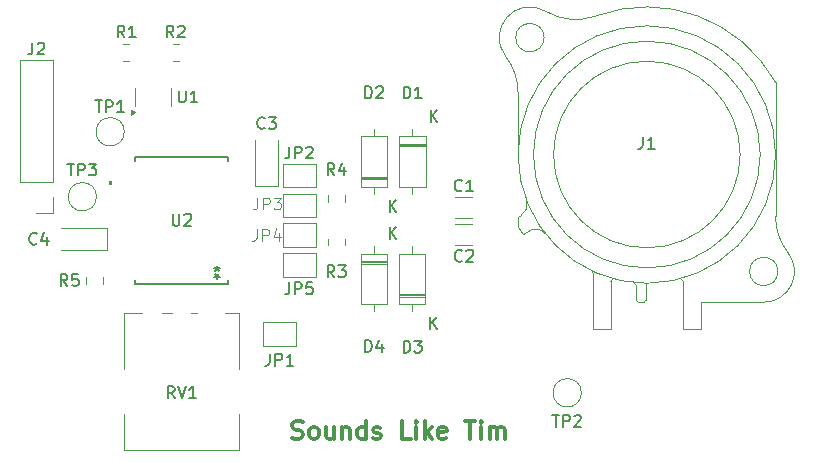
<source format=gbr>
%TF.GenerationSoftware,KiCad,Pcbnew,9.0.1-1.fc42*%
%TF.CreationDate,2025-05-12T11:46:39+02:00*%
%TF.ProjectId,PreAmp,50726541-6d70-42e6-9b69-6361645f7063,1*%
%TF.SameCoordinates,Original*%
%TF.FileFunction,Legend,Top*%
%TF.FilePolarity,Positive*%
%FSLAX46Y46*%
G04 Gerber Fmt 4.6, Leading zero omitted, Abs format (unit mm)*
G04 Created by KiCad (PCBNEW 9.0.1-1.fc42) date 2025-05-12 11:46:39*
%MOMM*%
%LPD*%
G01*
G04 APERTURE LIST*
%ADD10C,0.300000*%
%ADD11C,0.150000*%
%ADD12C,0.100000*%
%ADD13C,0.120000*%
%ADD14C,0.152400*%
%ADD15C,0.000000*%
G04 APERTURE END LIST*
D10*
X139483082Y-119329400D02*
X139697368Y-119400828D01*
X139697368Y-119400828D02*
X140054510Y-119400828D01*
X140054510Y-119400828D02*
X140197368Y-119329400D01*
X140197368Y-119329400D02*
X140268796Y-119257971D01*
X140268796Y-119257971D02*
X140340225Y-119115114D01*
X140340225Y-119115114D02*
X140340225Y-118972257D01*
X140340225Y-118972257D02*
X140268796Y-118829400D01*
X140268796Y-118829400D02*
X140197368Y-118757971D01*
X140197368Y-118757971D02*
X140054510Y-118686542D01*
X140054510Y-118686542D02*
X139768796Y-118615114D01*
X139768796Y-118615114D02*
X139625939Y-118543685D01*
X139625939Y-118543685D02*
X139554510Y-118472257D01*
X139554510Y-118472257D02*
X139483082Y-118329400D01*
X139483082Y-118329400D02*
X139483082Y-118186542D01*
X139483082Y-118186542D02*
X139554510Y-118043685D01*
X139554510Y-118043685D02*
X139625939Y-117972257D01*
X139625939Y-117972257D02*
X139768796Y-117900828D01*
X139768796Y-117900828D02*
X140125939Y-117900828D01*
X140125939Y-117900828D02*
X140340225Y-117972257D01*
X141197367Y-119400828D02*
X141054510Y-119329400D01*
X141054510Y-119329400D02*
X140983081Y-119257971D01*
X140983081Y-119257971D02*
X140911653Y-119115114D01*
X140911653Y-119115114D02*
X140911653Y-118686542D01*
X140911653Y-118686542D02*
X140983081Y-118543685D01*
X140983081Y-118543685D02*
X141054510Y-118472257D01*
X141054510Y-118472257D02*
X141197367Y-118400828D01*
X141197367Y-118400828D02*
X141411653Y-118400828D01*
X141411653Y-118400828D02*
X141554510Y-118472257D01*
X141554510Y-118472257D02*
X141625939Y-118543685D01*
X141625939Y-118543685D02*
X141697367Y-118686542D01*
X141697367Y-118686542D02*
X141697367Y-119115114D01*
X141697367Y-119115114D02*
X141625939Y-119257971D01*
X141625939Y-119257971D02*
X141554510Y-119329400D01*
X141554510Y-119329400D02*
X141411653Y-119400828D01*
X141411653Y-119400828D02*
X141197367Y-119400828D01*
X142983082Y-118400828D02*
X142983082Y-119400828D01*
X142340224Y-118400828D02*
X142340224Y-119186542D01*
X142340224Y-119186542D02*
X142411653Y-119329400D01*
X142411653Y-119329400D02*
X142554510Y-119400828D01*
X142554510Y-119400828D02*
X142768796Y-119400828D01*
X142768796Y-119400828D02*
X142911653Y-119329400D01*
X142911653Y-119329400D02*
X142983082Y-119257971D01*
X143697367Y-118400828D02*
X143697367Y-119400828D01*
X143697367Y-118543685D02*
X143768796Y-118472257D01*
X143768796Y-118472257D02*
X143911653Y-118400828D01*
X143911653Y-118400828D02*
X144125939Y-118400828D01*
X144125939Y-118400828D02*
X144268796Y-118472257D01*
X144268796Y-118472257D02*
X144340225Y-118615114D01*
X144340225Y-118615114D02*
X144340225Y-119400828D01*
X145697368Y-119400828D02*
X145697368Y-117900828D01*
X145697368Y-119329400D02*
X145554510Y-119400828D01*
X145554510Y-119400828D02*
X145268796Y-119400828D01*
X145268796Y-119400828D02*
X145125939Y-119329400D01*
X145125939Y-119329400D02*
X145054510Y-119257971D01*
X145054510Y-119257971D02*
X144983082Y-119115114D01*
X144983082Y-119115114D02*
X144983082Y-118686542D01*
X144983082Y-118686542D02*
X145054510Y-118543685D01*
X145054510Y-118543685D02*
X145125939Y-118472257D01*
X145125939Y-118472257D02*
X145268796Y-118400828D01*
X145268796Y-118400828D02*
X145554510Y-118400828D01*
X145554510Y-118400828D02*
X145697368Y-118472257D01*
X146340225Y-119329400D02*
X146483082Y-119400828D01*
X146483082Y-119400828D02*
X146768796Y-119400828D01*
X146768796Y-119400828D02*
X146911653Y-119329400D01*
X146911653Y-119329400D02*
X146983082Y-119186542D01*
X146983082Y-119186542D02*
X146983082Y-119115114D01*
X146983082Y-119115114D02*
X146911653Y-118972257D01*
X146911653Y-118972257D02*
X146768796Y-118900828D01*
X146768796Y-118900828D02*
X146554511Y-118900828D01*
X146554511Y-118900828D02*
X146411653Y-118829400D01*
X146411653Y-118829400D02*
X146340225Y-118686542D01*
X146340225Y-118686542D02*
X146340225Y-118615114D01*
X146340225Y-118615114D02*
X146411653Y-118472257D01*
X146411653Y-118472257D02*
X146554511Y-118400828D01*
X146554511Y-118400828D02*
X146768796Y-118400828D01*
X146768796Y-118400828D02*
X146911653Y-118472257D01*
X149483082Y-119400828D02*
X148768796Y-119400828D01*
X148768796Y-119400828D02*
X148768796Y-117900828D01*
X149983082Y-119400828D02*
X149983082Y-118400828D01*
X149983082Y-117900828D02*
X149911654Y-117972257D01*
X149911654Y-117972257D02*
X149983082Y-118043685D01*
X149983082Y-118043685D02*
X150054511Y-117972257D01*
X150054511Y-117972257D02*
X149983082Y-117900828D01*
X149983082Y-117900828D02*
X149983082Y-118043685D01*
X150697368Y-119400828D02*
X150697368Y-117900828D01*
X150840226Y-118829400D02*
X151268797Y-119400828D01*
X151268797Y-118400828D02*
X150697368Y-118972257D01*
X152483083Y-119329400D02*
X152340226Y-119400828D01*
X152340226Y-119400828D02*
X152054512Y-119400828D01*
X152054512Y-119400828D02*
X151911654Y-119329400D01*
X151911654Y-119329400D02*
X151840226Y-119186542D01*
X151840226Y-119186542D02*
X151840226Y-118615114D01*
X151840226Y-118615114D02*
X151911654Y-118472257D01*
X151911654Y-118472257D02*
X152054512Y-118400828D01*
X152054512Y-118400828D02*
X152340226Y-118400828D01*
X152340226Y-118400828D02*
X152483083Y-118472257D01*
X152483083Y-118472257D02*
X152554512Y-118615114D01*
X152554512Y-118615114D02*
X152554512Y-118757971D01*
X152554512Y-118757971D02*
X151840226Y-118900828D01*
X154125940Y-117900828D02*
X154983083Y-117900828D01*
X154554511Y-119400828D02*
X154554511Y-117900828D01*
X155483082Y-119400828D02*
X155483082Y-118400828D01*
X155483082Y-117900828D02*
X155411654Y-117972257D01*
X155411654Y-117972257D02*
X155483082Y-118043685D01*
X155483082Y-118043685D02*
X155554511Y-117972257D01*
X155554511Y-117972257D02*
X155483082Y-117900828D01*
X155483082Y-117900828D02*
X155483082Y-118043685D01*
X156197368Y-119400828D02*
X156197368Y-118400828D01*
X156197368Y-118543685D02*
X156268797Y-118472257D01*
X156268797Y-118472257D02*
X156411654Y-118400828D01*
X156411654Y-118400828D02*
X156625940Y-118400828D01*
X156625940Y-118400828D02*
X156768797Y-118472257D01*
X156768797Y-118472257D02*
X156840226Y-118615114D01*
X156840226Y-118615114D02*
X156840226Y-119400828D01*
X156840226Y-118615114D02*
X156911654Y-118472257D01*
X156911654Y-118472257D02*
X157054511Y-118400828D01*
X157054511Y-118400828D02*
X157268797Y-118400828D01*
X157268797Y-118400828D02*
X157411654Y-118472257D01*
X157411654Y-118472257D02*
X157483083Y-118615114D01*
X157483083Y-118615114D02*
X157483083Y-119400828D01*
D11*
X169156666Y-93834819D02*
X169156666Y-94549104D01*
X169156666Y-94549104D02*
X169109047Y-94691961D01*
X169109047Y-94691961D02*
X169013809Y-94787200D01*
X169013809Y-94787200D02*
X168870952Y-94834819D01*
X168870952Y-94834819D02*
X168775714Y-94834819D01*
X170156666Y-94834819D02*
X169585238Y-94834819D01*
X169870952Y-94834819D02*
X169870952Y-93834819D01*
X169870952Y-93834819D02*
X169775714Y-93977676D01*
X169775714Y-93977676D02*
X169680476Y-94072914D01*
X169680476Y-94072914D02*
X169585238Y-94120533D01*
X161488095Y-117378819D02*
X162059523Y-117378819D01*
X161773809Y-118378819D02*
X161773809Y-117378819D01*
X162392857Y-118378819D02*
X162392857Y-117378819D01*
X162392857Y-117378819D02*
X162773809Y-117378819D01*
X162773809Y-117378819D02*
X162869047Y-117426438D01*
X162869047Y-117426438D02*
X162916666Y-117474057D01*
X162916666Y-117474057D02*
X162964285Y-117569295D01*
X162964285Y-117569295D02*
X162964285Y-117712152D01*
X162964285Y-117712152D02*
X162916666Y-117807390D01*
X162916666Y-117807390D02*
X162869047Y-117855009D01*
X162869047Y-117855009D02*
X162773809Y-117902628D01*
X162773809Y-117902628D02*
X162392857Y-117902628D01*
X163345238Y-117474057D02*
X163392857Y-117426438D01*
X163392857Y-117426438D02*
X163488095Y-117378819D01*
X163488095Y-117378819D02*
X163726190Y-117378819D01*
X163726190Y-117378819D02*
X163821428Y-117426438D01*
X163821428Y-117426438D02*
X163869047Y-117474057D01*
X163869047Y-117474057D02*
X163916666Y-117569295D01*
X163916666Y-117569295D02*
X163916666Y-117664533D01*
X163916666Y-117664533D02*
X163869047Y-117807390D01*
X163869047Y-117807390D02*
X163297619Y-118378819D01*
X163297619Y-118378819D02*
X163916666Y-118378819D01*
X117833333Y-102859580D02*
X117785714Y-102907200D01*
X117785714Y-102907200D02*
X117642857Y-102954819D01*
X117642857Y-102954819D02*
X117547619Y-102954819D01*
X117547619Y-102954819D02*
X117404762Y-102907200D01*
X117404762Y-102907200D02*
X117309524Y-102811961D01*
X117309524Y-102811961D02*
X117261905Y-102716723D01*
X117261905Y-102716723D02*
X117214286Y-102526247D01*
X117214286Y-102526247D02*
X117214286Y-102383390D01*
X117214286Y-102383390D02*
X117261905Y-102192914D01*
X117261905Y-102192914D02*
X117309524Y-102097676D01*
X117309524Y-102097676D02*
X117404762Y-102002438D01*
X117404762Y-102002438D02*
X117547619Y-101954819D01*
X117547619Y-101954819D02*
X117642857Y-101954819D01*
X117642857Y-101954819D02*
X117785714Y-102002438D01*
X117785714Y-102002438D02*
X117833333Y-102050057D01*
X118690476Y-102288152D02*
X118690476Y-102954819D01*
X118452381Y-101907200D02*
X118214286Y-102621485D01*
X118214286Y-102621485D02*
X118833333Y-102621485D01*
X153833333Y-98359580D02*
X153785714Y-98407200D01*
X153785714Y-98407200D02*
X153642857Y-98454819D01*
X153642857Y-98454819D02*
X153547619Y-98454819D01*
X153547619Y-98454819D02*
X153404762Y-98407200D01*
X153404762Y-98407200D02*
X153309524Y-98311961D01*
X153309524Y-98311961D02*
X153261905Y-98216723D01*
X153261905Y-98216723D02*
X153214286Y-98026247D01*
X153214286Y-98026247D02*
X153214286Y-97883390D01*
X153214286Y-97883390D02*
X153261905Y-97692914D01*
X153261905Y-97692914D02*
X153309524Y-97597676D01*
X153309524Y-97597676D02*
X153404762Y-97502438D01*
X153404762Y-97502438D02*
X153547619Y-97454819D01*
X153547619Y-97454819D02*
X153642857Y-97454819D01*
X153642857Y-97454819D02*
X153785714Y-97502438D01*
X153785714Y-97502438D02*
X153833333Y-97550057D01*
X154785714Y-98454819D02*
X154214286Y-98454819D01*
X154500000Y-98454819D02*
X154500000Y-97454819D01*
X154500000Y-97454819D02*
X154404762Y-97597676D01*
X154404762Y-97597676D02*
X154309524Y-97692914D01*
X154309524Y-97692914D02*
X154214286Y-97740533D01*
X153833333Y-104309580D02*
X153785714Y-104357200D01*
X153785714Y-104357200D02*
X153642857Y-104404819D01*
X153642857Y-104404819D02*
X153547619Y-104404819D01*
X153547619Y-104404819D02*
X153404762Y-104357200D01*
X153404762Y-104357200D02*
X153309524Y-104261961D01*
X153309524Y-104261961D02*
X153261905Y-104166723D01*
X153261905Y-104166723D02*
X153214286Y-103976247D01*
X153214286Y-103976247D02*
X153214286Y-103833390D01*
X153214286Y-103833390D02*
X153261905Y-103642914D01*
X153261905Y-103642914D02*
X153309524Y-103547676D01*
X153309524Y-103547676D02*
X153404762Y-103452438D01*
X153404762Y-103452438D02*
X153547619Y-103404819D01*
X153547619Y-103404819D02*
X153642857Y-103404819D01*
X153642857Y-103404819D02*
X153785714Y-103452438D01*
X153785714Y-103452438D02*
X153833333Y-103500057D01*
X154214286Y-103500057D02*
X154261905Y-103452438D01*
X154261905Y-103452438D02*
X154357143Y-103404819D01*
X154357143Y-103404819D02*
X154595238Y-103404819D01*
X154595238Y-103404819D02*
X154690476Y-103452438D01*
X154690476Y-103452438D02*
X154738095Y-103500057D01*
X154738095Y-103500057D02*
X154785714Y-103595295D01*
X154785714Y-103595295D02*
X154785714Y-103690533D01*
X154785714Y-103690533D02*
X154738095Y-103833390D01*
X154738095Y-103833390D02*
X154166667Y-104404819D01*
X154166667Y-104404819D02*
X154785714Y-104404819D01*
X137133333Y-93059580D02*
X137085714Y-93107200D01*
X137085714Y-93107200D02*
X136942857Y-93154819D01*
X136942857Y-93154819D02*
X136847619Y-93154819D01*
X136847619Y-93154819D02*
X136704762Y-93107200D01*
X136704762Y-93107200D02*
X136609524Y-93011961D01*
X136609524Y-93011961D02*
X136561905Y-92916723D01*
X136561905Y-92916723D02*
X136514286Y-92726247D01*
X136514286Y-92726247D02*
X136514286Y-92583390D01*
X136514286Y-92583390D02*
X136561905Y-92392914D01*
X136561905Y-92392914D02*
X136609524Y-92297676D01*
X136609524Y-92297676D02*
X136704762Y-92202438D01*
X136704762Y-92202438D02*
X136847619Y-92154819D01*
X136847619Y-92154819D02*
X136942857Y-92154819D01*
X136942857Y-92154819D02*
X137085714Y-92202438D01*
X137085714Y-92202438D02*
X137133333Y-92250057D01*
X137466667Y-92154819D02*
X138085714Y-92154819D01*
X138085714Y-92154819D02*
X137752381Y-92535771D01*
X137752381Y-92535771D02*
X137895238Y-92535771D01*
X137895238Y-92535771D02*
X137990476Y-92583390D01*
X137990476Y-92583390D02*
X138038095Y-92631009D01*
X138038095Y-92631009D02*
X138085714Y-92726247D01*
X138085714Y-92726247D02*
X138085714Y-92964342D01*
X138085714Y-92964342D02*
X138038095Y-93059580D01*
X138038095Y-93059580D02*
X137990476Y-93107200D01*
X137990476Y-93107200D02*
X137895238Y-93154819D01*
X137895238Y-93154819D02*
X137609524Y-93154819D01*
X137609524Y-93154819D02*
X137514286Y-93107200D01*
X137514286Y-93107200D02*
X137466667Y-93059580D01*
X143033333Y-97064819D02*
X142700000Y-96588628D01*
X142461905Y-97064819D02*
X142461905Y-96064819D01*
X142461905Y-96064819D02*
X142842857Y-96064819D01*
X142842857Y-96064819D02*
X142938095Y-96112438D01*
X142938095Y-96112438D02*
X142985714Y-96160057D01*
X142985714Y-96160057D02*
X143033333Y-96255295D01*
X143033333Y-96255295D02*
X143033333Y-96398152D01*
X143033333Y-96398152D02*
X142985714Y-96493390D01*
X142985714Y-96493390D02*
X142938095Y-96541009D01*
X142938095Y-96541009D02*
X142842857Y-96588628D01*
X142842857Y-96588628D02*
X142461905Y-96588628D01*
X143890476Y-96398152D02*
X143890476Y-97064819D01*
X143652381Y-96017200D02*
X143414286Y-96731485D01*
X143414286Y-96731485D02*
X144033333Y-96731485D01*
X122790095Y-90754819D02*
X123361523Y-90754819D01*
X123075809Y-91754819D02*
X123075809Y-90754819D01*
X123694857Y-91754819D02*
X123694857Y-90754819D01*
X123694857Y-90754819D02*
X124075809Y-90754819D01*
X124075809Y-90754819D02*
X124171047Y-90802438D01*
X124171047Y-90802438D02*
X124218666Y-90850057D01*
X124218666Y-90850057D02*
X124266285Y-90945295D01*
X124266285Y-90945295D02*
X124266285Y-91088152D01*
X124266285Y-91088152D02*
X124218666Y-91183390D01*
X124218666Y-91183390D02*
X124171047Y-91231009D01*
X124171047Y-91231009D02*
X124075809Y-91278628D01*
X124075809Y-91278628D02*
X123694857Y-91278628D01*
X125218666Y-91754819D02*
X124647238Y-91754819D01*
X124932952Y-91754819D02*
X124932952Y-90754819D01*
X124932952Y-90754819D02*
X124837714Y-90897676D01*
X124837714Y-90897676D02*
X124742476Y-90992914D01*
X124742476Y-90992914D02*
X124647238Y-91040533D01*
X129504761Y-115954819D02*
X129171428Y-115478628D01*
X128933333Y-115954819D02*
X128933333Y-114954819D01*
X128933333Y-114954819D02*
X129314285Y-114954819D01*
X129314285Y-114954819D02*
X129409523Y-115002438D01*
X129409523Y-115002438D02*
X129457142Y-115050057D01*
X129457142Y-115050057D02*
X129504761Y-115145295D01*
X129504761Y-115145295D02*
X129504761Y-115288152D01*
X129504761Y-115288152D02*
X129457142Y-115383390D01*
X129457142Y-115383390D02*
X129409523Y-115431009D01*
X129409523Y-115431009D02*
X129314285Y-115478628D01*
X129314285Y-115478628D02*
X128933333Y-115478628D01*
X129790476Y-114954819D02*
X130123809Y-115954819D01*
X130123809Y-115954819D02*
X130457142Y-114954819D01*
X131314285Y-115954819D02*
X130742857Y-115954819D01*
X131028571Y-115954819D02*
X131028571Y-114954819D01*
X131028571Y-114954819D02*
X130933333Y-115097676D01*
X130933333Y-115097676D02*
X130838095Y-115192914D01*
X130838095Y-115192914D02*
X130742857Y-115240533D01*
X120433333Y-106454819D02*
X120100000Y-105978628D01*
X119861905Y-106454819D02*
X119861905Y-105454819D01*
X119861905Y-105454819D02*
X120242857Y-105454819D01*
X120242857Y-105454819D02*
X120338095Y-105502438D01*
X120338095Y-105502438D02*
X120385714Y-105550057D01*
X120385714Y-105550057D02*
X120433333Y-105645295D01*
X120433333Y-105645295D02*
X120433333Y-105788152D01*
X120433333Y-105788152D02*
X120385714Y-105883390D01*
X120385714Y-105883390D02*
X120338095Y-105931009D01*
X120338095Y-105931009D02*
X120242857Y-105978628D01*
X120242857Y-105978628D02*
X119861905Y-105978628D01*
X121338095Y-105454819D02*
X120861905Y-105454819D01*
X120861905Y-105454819D02*
X120814286Y-105931009D01*
X120814286Y-105931009D02*
X120861905Y-105883390D01*
X120861905Y-105883390D02*
X120957143Y-105835771D01*
X120957143Y-105835771D02*
X121195238Y-105835771D01*
X121195238Y-105835771D02*
X121290476Y-105883390D01*
X121290476Y-105883390D02*
X121338095Y-105931009D01*
X121338095Y-105931009D02*
X121385714Y-106026247D01*
X121385714Y-106026247D02*
X121385714Y-106264342D01*
X121385714Y-106264342D02*
X121338095Y-106359580D01*
X121338095Y-106359580D02*
X121290476Y-106407200D01*
X121290476Y-106407200D02*
X121195238Y-106454819D01*
X121195238Y-106454819D02*
X120957143Y-106454819D01*
X120957143Y-106454819D02*
X120861905Y-106407200D01*
X120861905Y-106407200D02*
X120814286Y-106359580D01*
X139216666Y-106154819D02*
X139216666Y-106869104D01*
X139216666Y-106869104D02*
X139169047Y-107011961D01*
X139169047Y-107011961D02*
X139073809Y-107107200D01*
X139073809Y-107107200D02*
X138930952Y-107154819D01*
X138930952Y-107154819D02*
X138835714Y-107154819D01*
X139692857Y-107154819D02*
X139692857Y-106154819D01*
X139692857Y-106154819D02*
X140073809Y-106154819D01*
X140073809Y-106154819D02*
X140169047Y-106202438D01*
X140169047Y-106202438D02*
X140216666Y-106250057D01*
X140216666Y-106250057D02*
X140264285Y-106345295D01*
X140264285Y-106345295D02*
X140264285Y-106488152D01*
X140264285Y-106488152D02*
X140216666Y-106583390D01*
X140216666Y-106583390D02*
X140169047Y-106631009D01*
X140169047Y-106631009D02*
X140073809Y-106678628D01*
X140073809Y-106678628D02*
X139692857Y-106678628D01*
X141169047Y-106154819D02*
X140692857Y-106154819D01*
X140692857Y-106154819D02*
X140645238Y-106631009D01*
X140645238Y-106631009D02*
X140692857Y-106583390D01*
X140692857Y-106583390D02*
X140788095Y-106535771D01*
X140788095Y-106535771D02*
X141026190Y-106535771D01*
X141026190Y-106535771D02*
X141121428Y-106583390D01*
X141121428Y-106583390D02*
X141169047Y-106631009D01*
X141169047Y-106631009D02*
X141216666Y-106726247D01*
X141216666Y-106726247D02*
X141216666Y-106964342D01*
X141216666Y-106964342D02*
X141169047Y-107059580D01*
X141169047Y-107059580D02*
X141121428Y-107107200D01*
X141121428Y-107107200D02*
X141026190Y-107154819D01*
X141026190Y-107154819D02*
X140788095Y-107154819D01*
X140788095Y-107154819D02*
X140692857Y-107107200D01*
X140692857Y-107107200D02*
X140645238Y-107059580D01*
X129411333Y-85414819D02*
X129078000Y-84938628D01*
X128839905Y-85414819D02*
X128839905Y-84414819D01*
X128839905Y-84414819D02*
X129220857Y-84414819D01*
X129220857Y-84414819D02*
X129316095Y-84462438D01*
X129316095Y-84462438D02*
X129363714Y-84510057D01*
X129363714Y-84510057D02*
X129411333Y-84605295D01*
X129411333Y-84605295D02*
X129411333Y-84748152D01*
X129411333Y-84748152D02*
X129363714Y-84843390D01*
X129363714Y-84843390D02*
X129316095Y-84891009D01*
X129316095Y-84891009D02*
X129220857Y-84938628D01*
X129220857Y-84938628D02*
X128839905Y-84938628D01*
X129792286Y-84510057D02*
X129839905Y-84462438D01*
X129839905Y-84462438D02*
X129935143Y-84414819D01*
X129935143Y-84414819D02*
X130173238Y-84414819D01*
X130173238Y-84414819D02*
X130268476Y-84462438D01*
X130268476Y-84462438D02*
X130316095Y-84510057D01*
X130316095Y-84510057D02*
X130363714Y-84605295D01*
X130363714Y-84605295D02*
X130363714Y-84700533D01*
X130363714Y-84700533D02*
X130316095Y-84843390D01*
X130316095Y-84843390D02*
X129744667Y-85414819D01*
X129744667Y-85414819D02*
X130363714Y-85414819D01*
D12*
X136466666Y-101632419D02*
X136466666Y-102346704D01*
X136466666Y-102346704D02*
X136419047Y-102489561D01*
X136419047Y-102489561D02*
X136323809Y-102584800D01*
X136323809Y-102584800D02*
X136180952Y-102632419D01*
X136180952Y-102632419D02*
X136085714Y-102632419D01*
X136942857Y-102632419D02*
X136942857Y-101632419D01*
X136942857Y-101632419D02*
X137323809Y-101632419D01*
X137323809Y-101632419D02*
X137419047Y-101680038D01*
X137419047Y-101680038D02*
X137466666Y-101727657D01*
X137466666Y-101727657D02*
X137514285Y-101822895D01*
X137514285Y-101822895D02*
X137514285Y-101965752D01*
X137514285Y-101965752D02*
X137466666Y-102060990D01*
X137466666Y-102060990D02*
X137419047Y-102108609D01*
X137419047Y-102108609D02*
X137323809Y-102156228D01*
X137323809Y-102156228D02*
X136942857Y-102156228D01*
X138371428Y-101965752D02*
X138371428Y-102632419D01*
X138133333Y-101584800D02*
X137895238Y-102299085D01*
X137895238Y-102299085D02*
X138514285Y-102299085D01*
D11*
X145631905Y-112044819D02*
X145631905Y-111044819D01*
X145631905Y-111044819D02*
X145870000Y-111044819D01*
X145870000Y-111044819D02*
X146012857Y-111092438D01*
X146012857Y-111092438D02*
X146108095Y-111187676D01*
X146108095Y-111187676D02*
X146155714Y-111282914D01*
X146155714Y-111282914D02*
X146203333Y-111473390D01*
X146203333Y-111473390D02*
X146203333Y-111616247D01*
X146203333Y-111616247D02*
X146155714Y-111806723D01*
X146155714Y-111806723D02*
X146108095Y-111901961D01*
X146108095Y-111901961D02*
X146012857Y-111997200D01*
X146012857Y-111997200D02*
X145870000Y-112044819D01*
X145870000Y-112044819D02*
X145631905Y-112044819D01*
X147060476Y-111378152D02*
X147060476Y-112044819D01*
X146822381Y-110997200D02*
X146584286Y-111711485D01*
X146584286Y-111711485D02*
X147203333Y-111711485D01*
X147708095Y-102484819D02*
X147708095Y-101484819D01*
X148279523Y-102484819D02*
X147850952Y-101913390D01*
X148279523Y-101484819D02*
X147708095Y-102056247D01*
X145641905Y-90564819D02*
X145641905Y-89564819D01*
X145641905Y-89564819D02*
X145880000Y-89564819D01*
X145880000Y-89564819D02*
X146022857Y-89612438D01*
X146022857Y-89612438D02*
X146118095Y-89707676D01*
X146118095Y-89707676D02*
X146165714Y-89802914D01*
X146165714Y-89802914D02*
X146213333Y-89993390D01*
X146213333Y-89993390D02*
X146213333Y-90136247D01*
X146213333Y-90136247D02*
X146165714Y-90326723D01*
X146165714Y-90326723D02*
X146118095Y-90421961D01*
X146118095Y-90421961D02*
X146022857Y-90517200D01*
X146022857Y-90517200D02*
X145880000Y-90564819D01*
X145880000Y-90564819D02*
X145641905Y-90564819D01*
X146594286Y-89660057D02*
X146641905Y-89612438D01*
X146641905Y-89612438D02*
X146737143Y-89564819D01*
X146737143Y-89564819D02*
X146975238Y-89564819D01*
X146975238Y-89564819D02*
X147070476Y-89612438D01*
X147070476Y-89612438D02*
X147118095Y-89660057D01*
X147118095Y-89660057D02*
X147165714Y-89755295D01*
X147165714Y-89755295D02*
X147165714Y-89850533D01*
X147165714Y-89850533D02*
X147118095Y-89993390D01*
X147118095Y-89993390D02*
X146546667Y-90564819D01*
X146546667Y-90564819D02*
X147165714Y-90564819D01*
X147718095Y-100184819D02*
X147718095Y-99184819D01*
X148289523Y-100184819D02*
X147860952Y-99613390D01*
X148289523Y-99184819D02*
X147718095Y-99756247D01*
X129866095Y-89914819D02*
X129866095Y-90724342D01*
X129866095Y-90724342D02*
X129913714Y-90819580D01*
X129913714Y-90819580D02*
X129961333Y-90867200D01*
X129961333Y-90867200D02*
X130056571Y-90914819D01*
X130056571Y-90914819D02*
X130247047Y-90914819D01*
X130247047Y-90914819D02*
X130342285Y-90867200D01*
X130342285Y-90867200D02*
X130389904Y-90819580D01*
X130389904Y-90819580D02*
X130437523Y-90724342D01*
X130437523Y-90724342D02*
X130437523Y-89914819D01*
X131437523Y-90914819D02*
X130866095Y-90914819D01*
X131151809Y-90914819D02*
X131151809Y-89914819D01*
X131151809Y-89914819D02*
X131056571Y-90057676D01*
X131056571Y-90057676D02*
X130961333Y-90152914D01*
X130961333Y-90152914D02*
X130866095Y-90200533D01*
X125261333Y-85414819D02*
X124928000Y-84938628D01*
X124689905Y-85414819D02*
X124689905Y-84414819D01*
X124689905Y-84414819D02*
X125070857Y-84414819D01*
X125070857Y-84414819D02*
X125166095Y-84462438D01*
X125166095Y-84462438D02*
X125213714Y-84510057D01*
X125213714Y-84510057D02*
X125261333Y-84605295D01*
X125261333Y-84605295D02*
X125261333Y-84748152D01*
X125261333Y-84748152D02*
X125213714Y-84843390D01*
X125213714Y-84843390D02*
X125166095Y-84891009D01*
X125166095Y-84891009D02*
X125070857Y-84938628D01*
X125070857Y-84938628D02*
X124689905Y-84938628D01*
X126213714Y-85414819D02*
X125642286Y-85414819D01*
X125928000Y-85414819D02*
X125928000Y-84414819D01*
X125928000Y-84414819D02*
X125832762Y-84557676D01*
X125832762Y-84557676D02*
X125737524Y-84652914D01*
X125737524Y-84652914D02*
X125642286Y-84700533D01*
X129338095Y-100354819D02*
X129338095Y-101164342D01*
X129338095Y-101164342D02*
X129385714Y-101259580D01*
X129385714Y-101259580D02*
X129433333Y-101307200D01*
X129433333Y-101307200D02*
X129528571Y-101354819D01*
X129528571Y-101354819D02*
X129719047Y-101354819D01*
X129719047Y-101354819D02*
X129814285Y-101307200D01*
X129814285Y-101307200D02*
X129861904Y-101259580D01*
X129861904Y-101259580D02*
X129909523Y-101164342D01*
X129909523Y-101164342D02*
X129909523Y-100354819D01*
X130338095Y-100450057D02*
X130385714Y-100402438D01*
X130385714Y-100402438D02*
X130480952Y-100354819D01*
X130480952Y-100354819D02*
X130719047Y-100354819D01*
X130719047Y-100354819D02*
X130814285Y-100402438D01*
X130814285Y-100402438D02*
X130861904Y-100450057D01*
X130861904Y-100450057D02*
X130909523Y-100545295D01*
X130909523Y-100545295D02*
X130909523Y-100640533D01*
X130909523Y-100640533D02*
X130861904Y-100783390D01*
X130861904Y-100783390D02*
X130290476Y-101354819D01*
X130290476Y-101354819D02*
X130909523Y-101354819D01*
X133100000Y-104754819D02*
X133100000Y-104992914D01*
X132861905Y-104897676D02*
X133100000Y-104992914D01*
X133100000Y-104992914D02*
X133338095Y-104897676D01*
X132957143Y-105183390D02*
X133100000Y-104992914D01*
X133100000Y-104992914D02*
X133242857Y-105183390D01*
X133099999Y-105845180D02*
X133099999Y-105607085D01*
X133338094Y-105702323D02*
X133099999Y-105607085D01*
X133099999Y-105607085D02*
X132861904Y-105702323D01*
X133242856Y-105416609D02*
X133099999Y-105607085D01*
X133099999Y-105607085D02*
X132957142Y-105416609D01*
X139216666Y-94654819D02*
X139216666Y-95369104D01*
X139216666Y-95369104D02*
X139169047Y-95511961D01*
X139169047Y-95511961D02*
X139073809Y-95607200D01*
X139073809Y-95607200D02*
X138930952Y-95654819D01*
X138930952Y-95654819D02*
X138835714Y-95654819D01*
X139692857Y-95654819D02*
X139692857Y-94654819D01*
X139692857Y-94654819D02*
X140073809Y-94654819D01*
X140073809Y-94654819D02*
X140169047Y-94702438D01*
X140169047Y-94702438D02*
X140216666Y-94750057D01*
X140216666Y-94750057D02*
X140264285Y-94845295D01*
X140264285Y-94845295D02*
X140264285Y-94988152D01*
X140264285Y-94988152D02*
X140216666Y-95083390D01*
X140216666Y-95083390D02*
X140169047Y-95131009D01*
X140169047Y-95131009D02*
X140073809Y-95178628D01*
X140073809Y-95178628D02*
X139692857Y-95178628D01*
X140645238Y-94750057D02*
X140692857Y-94702438D01*
X140692857Y-94702438D02*
X140788095Y-94654819D01*
X140788095Y-94654819D02*
X141026190Y-94654819D01*
X141026190Y-94654819D02*
X141121428Y-94702438D01*
X141121428Y-94702438D02*
X141169047Y-94750057D01*
X141169047Y-94750057D02*
X141216666Y-94845295D01*
X141216666Y-94845295D02*
X141216666Y-94940533D01*
X141216666Y-94940533D02*
X141169047Y-95083390D01*
X141169047Y-95083390D02*
X140597619Y-95654819D01*
X140597619Y-95654819D02*
X141216666Y-95654819D01*
X117474666Y-85854819D02*
X117474666Y-86569104D01*
X117474666Y-86569104D02*
X117427047Y-86711961D01*
X117427047Y-86711961D02*
X117331809Y-86807200D01*
X117331809Y-86807200D02*
X117188952Y-86854819D01*
X117188952Y-86854819D02*
X117093714Y-86854819D01*
X117903238Y-85950057D02*
X117950857Y-85902438D01*
X117950857Y-85902438D02*
X118046095Y-85854819D01*
X118046095Y-85854819D02*
X118284190Y-85854819D01*
X118284190Y-85854819D02*
X118379428Y-85902438D01*
X118379428Y-85902438D02*
X118427047Y-85950057D01*
X118427047Y-85950057D02*
X118474666Y-86045295D01*
X118474666Y-86045295D02*
X118474666Y-86140533D01*
X118474666Y-86140533D02*
X118427047Y-86283390D01*
X118427047Y-86283390D02*
X117855619Y-86854819D01*
X117855619Y-86854819D02*
X118474666Y-86854819D01*
X148901905Y-90584819D02*
X148901905Y-89584819D01*
X148901905Y-89584819D02*
X149140000Y-89584819D01*
X149140000Y-89584819D02*
X149282857Y-89632438D01*
X149282857Y-89632438D02*
X149378095Y-89727676D01*
X149378095Y-89727676D02*
X149425714Y-89822914D01*
X149425714Y-89822914D02*
X149473333Y-90013390D01*
X149473333Y-90013390D02*
X149473333Y-90156247D01*
X149473333Y-90156247D02*
X149425714Y-90346723D01*
X149425714Y-90346723D02*
X149378095Y-90441961D01*
X149378095Y-90441961D02*
X149282857Y-90537200D01*
X149282857Y-90537200D02*
X149140000Y-90584819D01*
X149140000Y-90584819D02*
X148901905Y-90584819D01*
X150425714Y-90584819D02*
X149854286Y-90584819D01*
X150140000Y-90584819D02*
X150140000Y-89584819D01*
X150140000Y-89584819D02*
X150044762Y-89727676D01*
X150044762Y-89727676D02*
X149949524Y-89822914D01*
X149949524Y-89822914D02*
X149854286Y-89870533D01*
X151178095Y-92564819D02*
X151178095Y-91564819D01*
X151749523Y-92564819D02*
X151320952Y-91993390D01*
X151749523Y-91564819D02*
X151178095Y-92136247D01*
D12*
X136516666Y-98982419D02*
X136516666Y-99696704D01*
X136516666Y-99696704D02*
X136469047Y-99839561D01*
X136469047Y-99839561D02*
X136373809Y-99934800D01*
X136373809Y-99934800D02*
X136230952Y-99982419D01*
X136230952Y-99982419D02*
X136135714Y-99982419D01*
X136992857Y-99982419D02*
X136992857Y-98982419D01*
X136992857Y-98982419D02*
X137373809Y-98982419D01*
X137373809Y-98982419D02*
X137469047Y-99030038D01*
X137469047Y-99030038D02*
X137516666Y-99077657D01*
X137516666Y-99077657D02*
X137564285Y-99172895D01*
X137564285Y-99172895D02*
X137564285Y-99315752D01*
X137564285Y-99315752D02*
X137516666Y-99410990D01*
X137516666Y-99410990D02*
X137469047Y-99458609D01*
X137469047Y-99458609D02*
X137373809Y-99506228D01*
X137373809Y-99506228D02*
X136992857Y-99506228D01*
X137897619Y-98982419D02*
X138516666Y-98982419D01*
X138516666Y-98982419D02*
X138183333Y-99363371D01*
X138183333Y-99363371D02*
X138326190Y-99363371D01*
X138326190Y-99363371D02*
X138421428Y-99410990D01*
X138421428Y-99410990D02*
X138469047Y-99458609D01*
X138469047Y-99458609D02*
X138516666Y-99553847D01*
X138516666Y-99553847D02*
X138516666Y-99791942D01*
X138516666Y-99791942D02*
X138469047Y-99887180D01*
X138469047Y-99887180D02*
X138421428Y-99934800D01*
X138421428Y-99934800D02*
X138326190Y-99982419D01*
X138326190Y-99982419D02*
X138040476Y-99982419D01*
X138040476Y-99982419D02*
X137945238Y-99934800D01*
X137945238Y-99934800D02*
X137897619Y-99887180D01*
D11*
X120438095Y-96104819D02*
X121009523Y-96104819D01*
X120723809Y-97104819D02*
X120723809Y-96104819D01*
X121342857Y-97104819D02*
X121342857Y-96104819D01*
X121342857Y-96104819D02*
X121723809Y-96104819D01*
X121723809Y-96104819D02*
X121819047Y-96152438D01*
X121819047Y-96152438D02*
X121866666Y-96200057D01*
X121866666Y-96200057D02*
X121914285Y-96295295D01*
X121914285Y-96295295D02*
X121914285Y-96438152D01*
X121914285Y-96438152D02*
X121866666Y-96533390D01*
X121866666Y-96533390D02*
X121819047Y-96581009D01*
X121819047Y-96581009D02*
X121723809Y-96628628D01*
X121723809Y-96628628D02*
X121342857Y-96628628D01*
X122247619Y-96104819D02*
X122866666Y-96104819D01*
X122866666Y-96104819D02*
X122533333Y-96485771D01*
X122533333Y-96485771D02*
X122676190Y-96485771D01*
X122676190Y-96485771D02*
X122771428Y-96533390D01*
X122771428Y-96533390D02*
X122819047Y-96581009D01*
X122819047Y-96581009D02*
X122866666Y-96676247D01*
X122866666Y-96676247D02*
X122866666Y-96914342D01*
X122866666Y-96914342D02*
X122819047Y-97009580D01*
X122819047Y-97009580D02*
X122771428Y-97057200D01*
X122771428Y-97057200D02*
X122676190Y-97104819D01*
X122676190Y-97104819D02*
X122390476Y-97104819D01*
X122390476Y-97104819D02*
X122295238Y-97057200D01*
X122295238Y-97057200D02*
X122247619Y-97009580D01*
X143033333Y-105714819D02*
X142700000Y-105238628D01*
X142461905Y-105714819D02*
X142461905Y-104714819D01*
X142461905Y-104714819D02*
X142842857Y-104714819D01*
X142842857Y-104714819D02*
X142938095Y-104762438D01*
X142938095Y-104762438D02*
X142985714Y-104810057D01*
X142985714Y-104810057D02*
X143033333Y-104905295D01*
X143033333Y-104905295D02*
X143033333Y-105048152D01*
X143033333Y-105048152D02*
X142985714Y-105143390D01*
X142985714Y-105143390D02*
X142938095Y-105191009D01*
X142938095Y-105191009D02*
X142842857Y-105238628D01*
X142842857Y-105238628D02*
X142461905Y-105238628D01*
X143366667Y-104714819D02*
X143985714Y-104714819D01*
X143985714Y-104714819D02*
X143652381Y-105095771D01*
X143652381Y-105095771D02*
X143795238Y-105095771D01*
X143795238Y-105095771D02*
X143890476Y-105143390D01*
X143890476Y-105143390D02*
X143938095Y-105191009D01*
X143938095Y-105191009D02*
X143985714Y-105286247D01*
X143985714Y-105286247D02*
X143985714Y-105524342D01*
X143985714Y-105524342D02*
X143938095Y-105619580D01*
X143938095Y-105619580D02*
X143890476Y-105667200D01*
X143890476Y-105667200D02*
X143795238Y-105714819D01*
X143795238Y-105714819D02*
X143509524Y-105714819D01*
X143509524Y-105714819D02*
X143414286Y-105667200D01*
X143414286Y-105667200D02*
X143366667Y-105619580D01*
X148891905Y-112094819D02*
X148891905Y-111094819D01*
X148891905Y-111094819D02*
X149130000Y-111094819D01*
X149130000Y-111094819D02*
X149272857Y-111142438D01*
X149272857Y-111142438D02*
X149368095Y-111237676D01*
X149368095Y-111237676D02*
X149415714Y-111332914D01*
X149415714Y-111332914D02*
X149463333Y-111523390D01*
X149463333Y-111523390D02*
X149463333Y-111666247D01*
X149463333Y-111666247D02*
X149415714Y-111856723D01*
X149415714Y-111856723D02*
X149368095Y-111951961D01*
X149368095Y-111951961D02*
X149272857Y-112047200D01*
X149272857Y-112047200D02*
X149130000Y-112094819D01*
X149130000Y-112094819D02*
X148891905Y-112094819D01*
X149796667Y-111094819D02*
X150415714Y-111094819D01*
X150415714Y-111094819D02*
X150082381Y-111475771D01*
X150082381Y-111475771D02*
X150225238Y-111475771D01*
X150225238Y-111475771D02*
X150320476Y-111523390D01*
X150320476Y-111523390D02*
X150368095Y-111571009D01*
X150368095Y-111571009D02*
X150415714Y-111666247D01*
X150415714Y-111666247D02*
X150415714Y-111904342D01*
X150415714Y-111904342D02*
X150368095Y-111999580D01*
X150368095Y-111999580D02*
X150320476Y-112047200D01*
X150320476Y-112047200D02*
X150225238Y-112094819D01*
X150225238Y-112094819D02*
X149939524Y-112094819D01*
X149939524Y-112094819D02*
X149844286Y-112047200D01*
X149844286Y-112047200D02*
X149796667Y-111999580D01*
X151168095Y-110094819D02*
X151168095Y-109094819D01*
X151739523Y-110094819D02*
X151310952Y-109523390D01*
X151739523Y-109094819D02*
X151168095Y-109666247D01*
X137566666Y-112204819D02*
X137566666Y-112919104D01*
X137566666Y-112919104D02*
X137519047Y-113061961D01*
X137519047Y-113061961D02*
X137423809Y-113157200D01*
X137423809Y-113157200D02*
X137280952Y-113204819D01*
X137280952Y-113204819D02*
X137185714Y-113204819D01*
X138042857Y-113204819D02*
X138042857Y-112204819D01*
X138042857Y-112204819D02*
X138423809Y-112204819D01*
X138423809Y-112204819D02*
X138519047Y-112252438D01*
X138519047Y-112252438D02*
X138566666Y-112300057D01*
X138566666Y-112300057D02*
X138614285Y-112395295D01*
X138614285Y-112395295D02*
X138614285Y-112538152D01*
X138614285Y-112538152D02*
X138566666Y-112633390D01*
X138566666Y-112633390D02*
X138519047Y-112681009D01*
X138519047Y-112681009D02*
X138423809Y-112728628D01*
X138423809Y-112728628D02*
X138042857Y-112728628D01*
X139566666Y-113204819D02*
X138995238Y-113204819D01*
X139280952Y-113204819D02*
X139280952Y-112204819D01*
X139280952Y-112204819D02*
X139185714Y-112347676D01*
X139185714Y-112347676D02*
X139090476Y-112442914D01*
X139090476Y-112442914D02*
X138995238Y-112490533D01*
D13*
%TO.C,J1*%
X158590000Y-95330000D02*
X158590000Y-90090000D01*
X158590000Y-100590000D02*
X158860000Y-100440000D01*
X158590000Y-101450000D02*
X158590000Y-100590000D01*
X158980000Y-102090000D02*
X158590000Y-101450000D01*
X159590000Y-101750000D02*
X158980000Y-102090000D01*
X164930000Y-105360000D02*
X164930000Y-110130000D01*
X166430000Y-110130000D02*
X164930000Y-110130000D01*
X166430000Y-110130000D02*
X166430000Y-106060000D01*
X168550000Y-106370000D02*
X168550000Y-107630000D01*
X169230000Y-107830000D02*
X168750000Y-107830000D01*
X169430000Y-106230000D02*
X169430000Y-107630000D01*
X172550000Y-106060000D02*
X172550000Y-106060000D01*
X172550000Y-110130000D02*
X172550000Y-106060000D01*
X174050000Y-107830000D02*
X179390000Y-107830000D01*
X174050000Y-110130000D02*
X172550000Y-110130000D01*
X174050000Y-110130000D02*
X174050000Y-107830000D01*
X180390000Y-100570000D02*
X180390000Y-89210000D01*
X157533311Y-87012431D02*
G75*
G02*
X158590000Y-90090000I-3953304J-3077567D01*
G01*
X157538021Y-87020968D02*
G75*
G02*
X160920000Y-83200000I2051979J1590968D01*
G01*
X159330786Y-99281372D02*
G75*
G02*
X158860000Y-100440000I-950786J-288628D01*
G01*
X159590000Y-101750000D02*
G75*
G02*
X160887798Y-102023832I490000J-890001D01*
G01*
X164863636Y-105200864D02*
G75*
G02*
X164930000Y-105360000I-133632J-149134D01*
G01*
X165170950Y-83599262D02*
G75*
G02*
X180390001Y-89210000I4319051J-11730736D01*
G01*
X165181919Y-83596159D02*
G75*
G02*
X160920000Y-83200000I-1711919J4706162D01*
G01*
X166430000Y-106060000D02*
G75*
G02*
X166621697Y-105850798I210001J0D01*
G01*
X168391582Y-106174370D02*
G75*
G02*
X168550000Y-106370000I-41584J-195631D01*
G01*
X168750000Y-107830000D02*
G75*
G02*
X168550000Y-107630000I1J200001D01*
G01*
X169430000Y-107630000D02*
G75*
G02*
X169230000Y-107830000I-200001J1D01*
G01*
X172350991Y-105850288D02*
G75*
G02*
X172550000Y-106060000I-10991J-209712D01*
G01*
X181441619Y-103632858D02*
G75*
G02*
X179390000Y-107830001I-2051619J-1597142D01*
G01*
X181442470Y-103635283D02*
G75*
G02*
X180390000Y-100570000I3937530J3065283D01*
G01*
X160790000Y-85430000D02*
G75*
G02*
X158390000Y-85430000I-1200000J0D01*
G01*
X158390000Y-85430000D02*
G75*
G02*
X160790000Y-85430000I1200000J0D01*
G01*
X177390000Y-95330000D02*
G75*
G02*
X161590000Y-95330000I-7900000J0D01*
G01*
X161590000Y-95330000D02*
G75*
G02*
X177390000Y-95330000I7900000J0D01*
G01*
X179090000Y-95330000D02*
G75*
G02*
X159890000Y-95330000I-9600000J0D01*
G01*
X159890000Y-95330000D02*
G75*
G02*
X179090000Y-95330000I9600000J0D01*
G01*
X180390000Y-95330000D02*
G75*
G02*
X158590000Y-95330000I-10900000J0D01*
G01*
X158590000Y-95330000D02*
G75*
G02*
X180390000Y-95330000I10900000J0D01*
G01*
X180590000Y-105230000D02*
G75*
G02*
X178190000Y-105230000I-1200000J0D01*
G01*
X178190000Y-105230000D02*
G75*
G02*
X180590000Y-105230000I1200000J0D01*
G01*
%TO.C,TP2*%
X163950000Y-115500000D02*
G75*
G02*
X161550000Y-115500000I-1200000J0D01*
G01*
X161550000Y-115500000D02*
G75*
G02*
X163950000Y-115500000I1200000J0D01*
G01*
%TO.C,C4*%
X123820000Y-103455000D02*
X123820000Y-101545000D01*
X123820000Y-101545000D02*
X119900000Y-101545000D01*
X119900000Y-103455000D02*
X123820000Y-103455000D01*
%TO.C,C1*%
X154711252Y-98890000D02*
X153288748Y-98890000D01*
X154711252Y-100710000D02*
X153288748Y-100710000D01*
%TO.C,C2*%
X154711252Y-101190000D02*
X153288748Y-101190000D01*
X154711252Y-103010000D02*
X153288748Y-103010000D01*
%TO.C,C3*%
X136345000Y-98020000D02*
X138255000Y-98020000D01*
X138255000Y-98020000D02*
X138255000Y-94100000D01*
X136345000Y-94100000D02*
X136345000Y-98020000D01*
%TO.C,R4*%
X142465000Y-99321252D02*
X142465000Y-98798748D01*
X143935000Y-99321252D02*
X143935000Y-98798748D01*
%TO.C,TP1*%
X125252000Y-93400000D02*
G75*
G02*
X122852000Y-93400000I-1200000J0D01*
G01*
X122852000Y-93400000D02*
G75*
G02*
X125252000Y-93400000I1200000J0D01*
G01*
%TO.C,RV1*%
X125230000Y-108780000D02*
X125230000Y-113500000D01*
X125230000Y-108780000D02*
X126720000Y-108780000D01*
X125230000Y-117310000D02*
X125230000Y-120370000D01*
X125230000Y-120370000D02*
X134970000Y-120370000D01*
X128440000Y-108780000D02*
X129270000Y-108780000D01*
X130890000Y-108780000D02*
X131420000Y-108780000D01*
X133790000Y-108780000D02*
X134970000Y-108780000D01*
X134970000Y-117310000D02*
X134970000Y-120370000D01*
X134980000Y-108780000D02*
X134980000Y-113500000D01*
%TO.C,R5*%
X121965000Y-106261252D02*
X121965000Y-105738748D01*
X123435000Y-106261252D02*
X123435000Y-105738748D01*
%TO.C,JP5*%
X138650000Y-103700000D02*
X141450000Y-103700000D01*
X138650000Y-105700000D02*
X138650000Y-103700000D01*
X141450000Y-103700000D02*
X141450000Y-105700000D01*
X141450000Y-105700000D02*
X138650000Y-105700000D01*
%TO.C,R2*%
X129366748Y-85975000D02*
X129889252Y-85975000D01*
X129366748Y-87445000D02*
X129889252Y-87445000D01*
%TO.C,JP4*%
X138650000Y-101150000D02*
X141450000Y-101150000D01*
X138650000Y-103150000D02*
X138650000Y-101150000D01*
X141450000Y-101150000D02*
X141450000Y-103150000D01*
X141450000Y-103150000D02*
X138650000Y-103150000D01*
%TO.C,D4*%
X145250000Y-103720000D02*
X145250000Y-107960000D01*
X145250000Y-107960000D02*
X147490000Y-107960000D01*
X146370000Y-103070000D02*
X146370000Y-103720000D01*
X146370000Y-108610000D02*
X146370000Y-107960000D01*
X147490000Y-103720000D02*
X145250000Y-103720000D01*
X147490000Y-104320000D02*
X145250000Y-104320000D01*
X147490000Y-104440000D02*
X145250000Y-104440000D01*
X147490000Y-104560000D02*
X145250000Y-104560000D01*
X147490000Y-107960000D02*
X147490000Y-103720000D01*
%TO.C,D2*%
X145260000Y-93800000D02*
X145260000Y-98040000D01*
X145260000Y-97200000D02*
X147500000Y-97200000D01*
X145260000Y-97320000D02*
X147500000Y-97320000D01*
X145260000Y-97440000D02*
X147500000Y-97440000D01*
X145260000Y-98040000D02*
X147500000Y-98040000D01*
X146380000Y-93150000D02*
X146380000Y-93800000D01*
X146380000Y-98690000D02*
X146380000Y-98040000D01*
X147500000Y-93800000D02*
X145260000Y-93800000D01*
X147500000Y-98040000D02*
X147500000Y-93800000D01*
%TO.C,U1*%
X126118000Y-90460000D02*
X126118000Y-89660000D01*
X126118000Y-90460000D02*
X126118000Y-91260000D01*
X129238000Y-90460000D02*
X129238000Y-89660000D01*
X129238000Y-90460000D02*
X129238000Y-91260000D01*
X126168000Y-91760000D02*
X125838000Y-92000000D01*
X125838000Y-91520000D01*
X126168000Y-91760000D01*
G36*
X126168000Y-91760000D02*
G01*
X125838000Y-92000000D01*
X125838000Y-91520000D01*
X126168000Y-91760000D01*
G37*
%TO.C,R1*%
X125166748Y-85975000D02*
X125689252Y-85975000D01*
X125166748Y-87445000D02*
X125689252Y-87445000D01*
D14*
%TO.C,U2*%
X126175700Y-95527900D02*
X126175700Y-95843260D01*
X126175700Y-105956740D02*
X126175700Y-106272100D01*
X126175700Y-106272100D02*
X134024300Y-106272100D01*
X134024300Y-95527900D02*
X126175700Y-95527900D01*
X134024300Y-95843260D02*
X134024300Y-95527900D01*
X134024300Y-106272100D02*
X134024300Y-105956740D01*
D15*
G36*
X124174701Y-97915500D02*
G01*
X123920701Y-97915500D01*
X123920701Y-97534500D01*
X124174701Y-97534500D01*
X124174701Y-97915500D01*
G37*
D13*
%TO.C,JP2*%
X138650000Y-96100000D02*
X141450000Y-96100000D01*
X138650000Y-98100000D02*
X138650000Y-96100000D01*
X141450000Y-96100000D02*
X141450000Y-98100000D01*
X141450000Y-98100000D02*
X138650000Y-98100000D01*
%TO.C,J2*%
X116428000Y-97630000D02*
X116428000Y-87360000D01*
X119188000Y-87360000D02*
X116428000Y-87360000D01*
X119188000Y-97630000D02*
X116428000Y-97630000D01*
X119188000Y-97630000D02*
X119188000Y-87360000D01*
X119188000Y-98900000D02*
X119188000Y-100280000D01*
X119188000Y-100280000D02*
X117808000Y-100280000D01*
%TO.C,D1*%
X148520000Y-93800000D02*
X148520000Y-98040000D01*
X148520000Y-98040000D02*
X150760000Y-98040000D01*
X149640000Y-93150000D02*
X149640000Y-93800000D01*
X149640000Y-98690000D02*
X149640000Y-98040000D01*
X150760000Y-93800000D02*
X148520000Y-93800000D01*
X150760000Y-94400000D02*
X148520000Y-94400000D01*
X150760000Y-94520000D02*
X148520000Y-94520000D01*
X150760000Y-94640000D02*
X148520000Y-94640000D01*
X150760000Y-98040000D02*
X150760000Y-93800000D01*
%TO.C,JP3*%
X138650000Y-98650000D02*
X141450000Y-98650000D01*
X138650000Y-100650000D02*
X138650000Y-98650000D01*
X141450000Y-98650000D02*
X141450000Y-100650000D01*
X141450000Y-100650000D02*
X138650000Y-100650000D01*
%TO.C,TP3*%
X122900000Y-98900000D02*
G75*
G02*
X120500000Y-98900000I-1200000J0D01*
G01*
X120500000Y-98900000D02*
G75*
G02*
X122900000Y-98900000I1200000J0D01*
G01*
%TO.C,R3*%
X142465000Y-102448748D02*
X142465000Y-102971252D01*
X143935000Y-102448748D02*
X143935000Y-102971252D01*
%TO.C,D3*%
X148510000Y-103730000D02*
X148510000Y-107970000D01*
X148510000Y-107130000D02*
X150750000Y-107130000D01*
X148510000Y-107250000D02*
X150750000Y-107250000D01*
X148510000Y-107370000D02*
X150750000Y-107370000D01*
X148510000Y-107970000D02*
X150750000Y-107970000D01*
X149630000Y-103080000D02*
X149630000Y-103730000D01*
X149630000Y-108620000D02*
X149630000Y-107970000D01*
X150750000Y-103730000D02*
X148510000Y-103730000D01*
X150750000Y-107970000D02*
X150750000Y-103730000D01*
%TO.C,JP1*%
X137000000Y-109500000D02*
X139800000Y-109500000D01*
X137000000Y-111500000D02*
X137000000Y-109500000D01*
X139800000Y-109500000D02*
X139800000Y-111500000D01*
X139800000Y-111500000D02*
X137000000Y-111500000D01*
%TD*%
M02*

</source>
